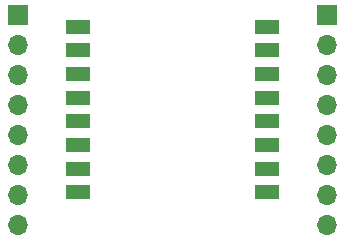
<source format=gbr>
%TF.GenerationSoftware,KiCad,Pcbnew,7.0.2*%
%TF.CreationDate,2024-04-09T17:47:28-07:00*%
%TF.ProjectId,RFM22BPCB,52464d32-3242-4504-9342-2e6b69636164,rev?*%
%TF.SameCoordinates,Original*%
%TF.FileFunction,Soldermask,Top*%
%TF.FilePolarity,Negative*%
%FSLAX46Y46*%
G04 Gerber Fmt 4.6, Leading zero omitted, Abs format (unit mm)*
G04 Created by KiCad (PCBNEW 7.0.2) date 2024-04-09 17:47:28*
%MOMM*%
%LPD*%
G01*
G04 APERTURE LIST*
%ADD10R,1.700000X1.700000*%
%ADD11O,1.700000X1.700000*%
%ADD12R,2.000000X1.300000*%
G04 APERTURE END LIST*
D10*
%TO.C,J1*%
X147929600Y-95097600D03*
D11*
X147929600Y-97637600D03*
X147929600Y-100177600D03*
X147929600Y-102717600D03*
X147929600Y-105257600D03*
X147929600Y-107797600D03*
X147929600Y-110337600D03*
X147929600Y-112877600D03*
%TD*%
%TO.C,J2*%
X174066200Y-112877600D03*
X174066200Y-110337600D03*
X174066200Y-107797600D03*
X174066200Y-105257600D03*
X174066200Y-102717600D03*
X174066200Y-100177600D03*
X174066200Y-97637600D03*
D10*
X174066200Y-95097600D03*
%TD*%
D12*
%TO.C,U1*%
X169011600Y-110083600D03*
X169011600Y-108083600D03*
X169011600Y-106083600D03*
X169011600Y-104083600D03*
X169011600Y-102083600D03*
X169011600Y-100083600D03*
X169011600Y-98083600D03*
X169011600Y-96083600D03*
X153011600Y-110083600D03*
X153011600Y-108083600D03*
X153011600Y-106083600D03*
X153011600Y-104083600D03*
X153011600Y-102083600D03*
X153011600Y-100083600D03*
X153011600Y-98083600D03*
X153011600Y-96083600D03*
%TD*%
M02*

</source>
